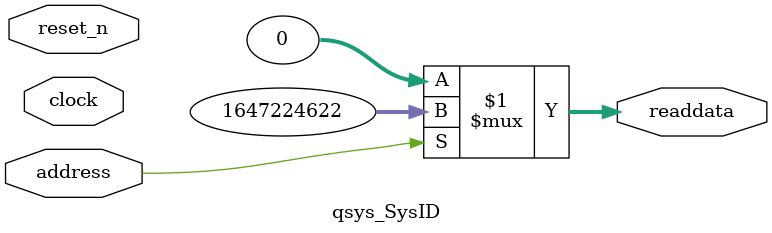
<source format=v>



// synthesis translate_off
`timescale 1ns / 1ps
// synthesis translate_on

// turn off superfluous verilog processor warnings 
// altera message_level Level1 
// altera message_off 10034 10035 10036 10037 10230 10240 10030 

module qsys_SysID (
               // inputs:
                address,
                clock,
                reset_n,

               // outputs:
                readdata
             )
;

  output  [ 31: 0] readdata;
  input            address;
  input            clock;
  input            reset_n;

  wire    [ 31: 0] readdata;
  //control_slave, which is an e_avalon_slave
  assign readdata = address ? 1647224622 : 0;

endmodule



</source>
